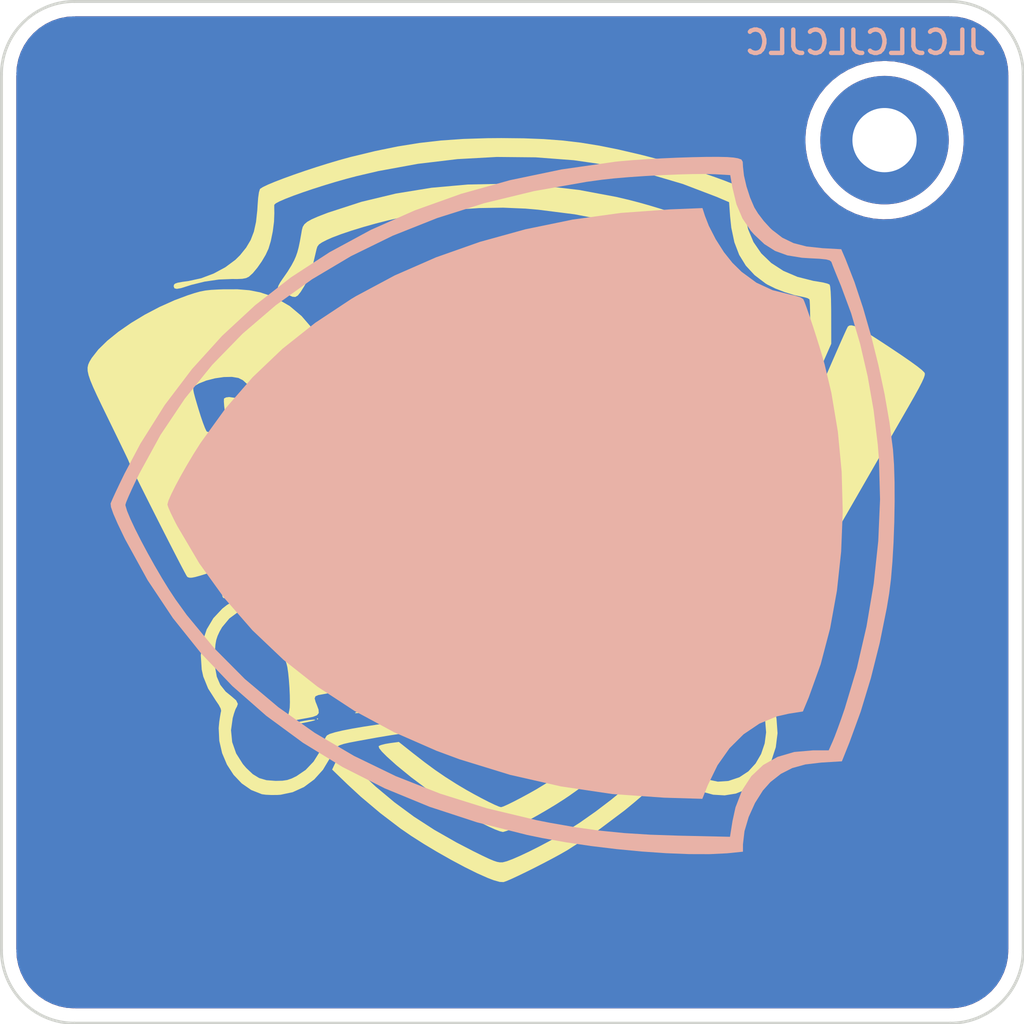
<source format=kicad_pcb>
(kicad_pcb (version 20211014) (generator pcbnew)
  (layers (0 "F.Cu" signal) (31 "B.Cu" signal) (34 "B.Paste" user) (35 "F.Paste" user) (36 "B.SilkS" user "B.Silkscreen") (37 "F.SilkS" user "F.Silkscreen") (38 "B.Mask" user) (39 "F.Mask" user) (44 "Edge.Cuts" user))
  (net 0 "")
  (footprint "zzelia65:pp-logo" (layer "F.Cu") (at 117.5 68.1)
    (fp_text reference "G***" hide)
    (fp_text value "LOGO" hide)
  )
  (footprint "zzelia65:MountingHole_2.2mm_M2_Pad" (layer "F.Cu") (at 130.25 54.75)
    (fp_text reference "H1" hide)
    (fp_text value "MountingHole" hide)
    (pad "" thru_hole circle locked (at 0 0) (size 4.4 4.4) (drill 2.2) (layers *.Cu *.Mask))
  )
  (footprint "zzelia65:pp-empty-logo" (layer "B.Cu") (at 116.5 67.3 90)
    (fp_text reference "G***" (at 0 0 90) (layer "B.SilkS") (effects (font (size 1.524 1.524) (thickness 0.3)) (justify mirror)))
    (fp_text value "LOGO" hide)
  )
  (gr_arc (start 132.5 50) (mid 134.267767 50.732233) (end 135 52.5) (layer "Edge.Cuts") (width 0.1))
  (gr_arc (start 135 82.5) (mid 134.267767 84.267767) (end 132.5 85) (layer "Edge.Cuts") (width 0.1))
  (gr_line (start 102.5 50) (end 132.5 50) (layer "Edge.Cuts") (width 0.1))
  (gr_arc (start 102.5 85) (mid 100.732233 84.267767) (end 100 82.5) (layer "Edge.Cuts") (width 0.1))
  (gr_line (start 135 82.5) (end 135 52.5) (layer "Edge.Cuts") (width 0.1))
  (gr_line (start 102.5 85) (end 132.5 85) (layer "Edge.Cuts") (width 0.1))
  (gr_arc (start 100 52.5) (mid 100.732233 50.732233) (end 102.5 50) (layer "Edge.Cuts") (width 0.1))
  (gr_line (start 100 52.5) (end 100 82.5) (layer "Edge.Cuts") (width 0.1))
  (gr_text "JLCJLCJLCJLC" (at 129.6 51.4) (layer "B.SilkS") (effects (font (size 0.8 0.8)) (justify mirror)))
  (zone (net 0) (net_name "") (layers F&B.Cu) (connect_pads (clearance 0.508)) (min_thickness 0.254) (fill yes (thermal_gap 0.508) (thermal_bridge_width 0.508))
    (polygon (pts (xy 135 85) (xy 100 85) (xy 100 50) (xy 135 50)))
  )
)
</source>
